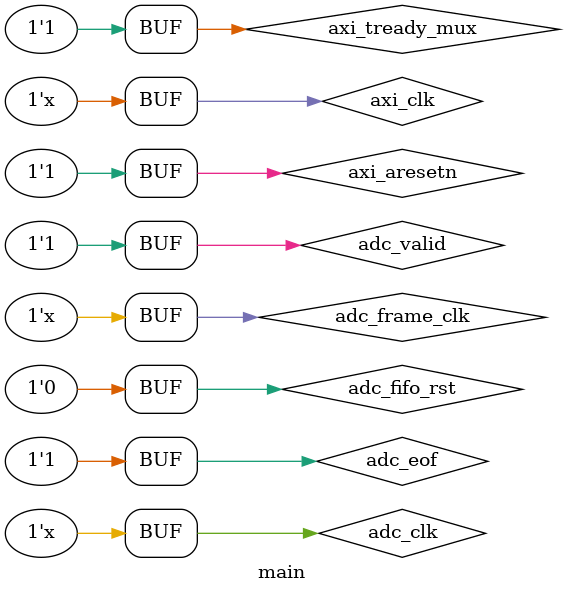
<source format=v>
`timescale 1ns / 100ps


module main();

reg adc_clk = 0;
reg adc_frame_clk = 0;
reg [63:0] adc_data = 64'h0000000000000000;

reg adc_valid = 1'b0;
reg adc_fifo_rst = 1'b1;
reg adc_eof = 1'b0;
reg axi_clk = 1'b0;
reg axi_aresetn = 1'b0;

wire [63:0] axi_tdata_out;
reg axi_tready_mux = 1'b0;
reg axi_tready_in;              // TREADY signal from external AXI slave
wire axi_tlast_out;
wire axi_tvalid_out;
wire adc_fifo_full_sig;         // debug signal from FIFO

design_1 adc_block (
    .ADC_BUS(adc_data),
    .ADC_DATA_CLK(adc_frame_clk),
    .ADC_DATA_VALID(adc_valid),
    .ADC_FIFO_RST(adc_fifo_rst),
    .ADC_EOF(adc_eof),
    .AXI_CLK(axi_clk),
    .AXI_ARESETN(axi_aresetn),
    .M00_TREADY(axi_tready_in),
    .M00_TDATA(axi_tdata_out),
    .M00_TLAST(axi_tlast_out),
    .M00_TVALID(axi_tvalid_out),
    .ADC_FIFO_FULL(adc_fifo_full_sig)
);

always #1 adc_clk = ~adc_clk;

always #5 axi_clk = ~axi_clk;
always #8 adc_frame_clk = ~adc_frame_clk;

always @(posedge adc_frame_clk) begin

    adc_data <= adc_data + 1;
    
    if (axi_tvalid_out == 0) begin
        axi_tready_in <= 1'b0;
    end else begin
        axi_tready_in <= axi_tready_mux;
    end

end

initial begin
    // reset states get activated
    #32 axi_aresetn <= 1'b1;
    #32 adc_fifo_rst <= 1'b0;
     
    #64 adc_valid <= 1'b1;
    
    // start with TREADY high
    #80 axi_tready_mux <= 1'b1;
    
    // after 512 clocks (64 transfers) drive TREADY low
    #512 axi_tready_mux <= 1'b0;
    
    // after 560 clocks (70 transfers) drive TREADY high
    #560 axi_tready_mux <= 1'b1;
    
    // after 1024 clocks simulate end of data by driving EOF high
    #1024 adc_eof <= 1'b1;
    
end
 
endmodule

</source>
